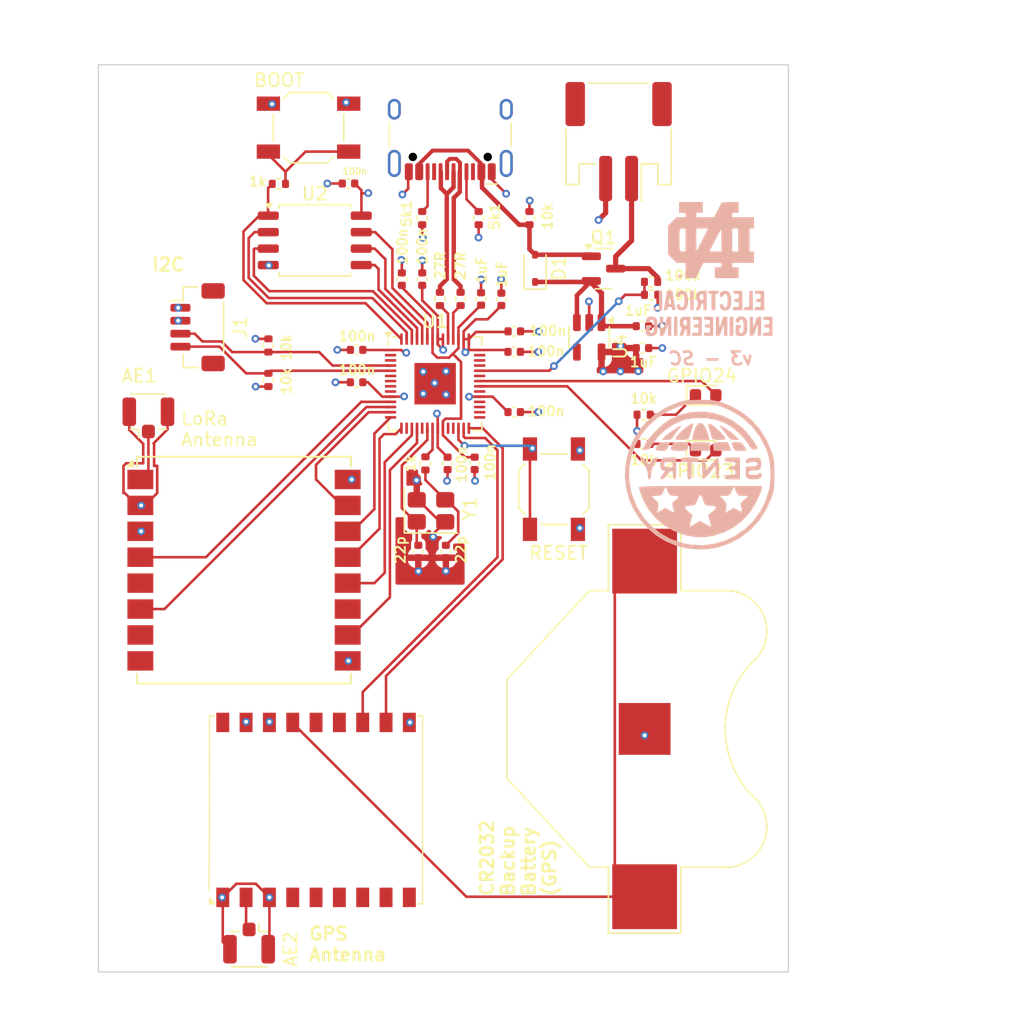
<source format=kicad_pcb>
(kicad_pcb (version 20241229) (generator "pcbnew") (generator_version "9.0")
  (title_block (title "Low-Power Sensor Communications Board") (date "2025-11-14") (company "SENTRY CoE") (comment 1 "University of Notre Dame") (comment 2 "Howard Research Group"))
  (layers (0 "F.Cu" signal) (4 "In1.Cu" power "GND.Cu") (6 "In2.Cu" power "PWR.Cu") (2 "B.Cu" signal) (13 "F.Paste" user) (15 "B.Paste" user) (5 "F.SilkS" user "F.Silkscreen") (7 "B.SilkS" user "B.Silkscreen") (1 "F.Mask" user) (3 "B.Mask" user) (25 "Edge.Cuts" user))
  (net 0 "")
  (net 1 "Net-(D1-K)")
  (net 2 "GND")
  (net 3 "+3V3")
  (net 4 "Net-(U1-XOUT)")
  (net 5 "Net-(U1-XIN)")
  (net 6 "+5V")
  (net 7 "USB_D+")
  (net 8 "USB_D-")
  (net 9 "Net-(BT1-+)")
  (net 10 "Net-(D2-K)")
  (net 11 "LED0")
  (net 12 "+BATT")
  (net 13 "Net-(U1-USB_DP)")
  (net 14 "Net-(U1-USB_DM)")
  (net 32 "+1V1")
  (net 33 "Net-(R7-Pad1)")
  (net 34 "QSPI_SS")
  (net 35 "SPI1_TX")
  (net 36 "SPI1_RX")
  (net 37 "SPI1_SCK")
  (net 38 "QSPI_SD3")
  (net 39 "QSPI_SCLK")
  (net 40 "QSPI_SD0")
  (net 41 "QSPI_SD2")
  (net 42 "QSPI_SD1")
  (net 43 "BUS_A_SCL")
  (net 44 "BUS_A_SDA")
  (net 45 "LORA_RST")
  (net 48 "LORA_6")
  (net 49 "LORA_15")
  (net 50 "LORA_10")
  (net 54 "Net-(C4-Pad1)")
  (net 55 "UART0_TX")
  (net 56 "UART0_RX")
  (net 57 "Net-(D3-K)")
  (net 58 "LED1")
  (net 61 "Net-(J2-CC2)")
  (net 62 "Net-(J2-CC1)")
  (net 63 "BATT_SENSE")
  (net 64 "Net-(U1-RUN)")
  (net 78 "Net-(AE1-In)")
  (net 79 "Net-(AE2-In)")
  (footprint "Capacitor_SMD:C_0402_1005Metric" (layer "F.Cu") (at 141.793208 78.51 -90)
    (property "Reference" "C13" (hide yes))
    (property "Value" "100n")
  )
  (footprint "Resistor_SMD:R_0402_1005Metric" (layer "F.Cu") (at 144.193208 59.58 90)
    (property "Reference" "R3" (hide yes))
    (property "Value" "5k1")
  )
  (footprint "Battery:BatteryHolder_Multicomp_BC-2001_1x2032" (layer "F.Cu") (at 157 99 -90)
    (property "Reference" "BT1" (hide yes))
    (property "Value" "Battery_Cell")
  )
  (footprint "MountingHole:MountingHole_3.2mm_M3" (layer "F.Cu") (at 118.75 114)
    (property "Reference" "H4" (hide yes))
    (property "Value" "MountingHole")
  )
  (footprint "Connector_JST:JST_PH_S2B-PH-SM4-TB_1x02-1MP_P2.00mm_Horizontal" (layer "F.Cu") (at 154.993208 53.68 180)
    (property "Reference" "J4" (hide yes))
    (property "Value" "BATTERY")
  )
  (footprint "Capacitor_SMD:C_0402_1005Metric" (layer "F.Cu") (at 146.933208 74.55)
    (property "Reference" "C9" (hide yes))
    (property "Value" "100n")
  )
  (footprint "Resistor_SMD:R_0402_1005Metric" (layer "F.Cu") (at 156.925 74.75 180)
    (property "Reference" "R10" (hide yes))
    (property "Value" "10k")
  )
  (footprint "MountingHole:MountingHole_3.2mm_M3" (layer "F.Cu") (at 120 52)
    (property "Reference" "H2" (hide yes))
    (property "Value" "MountingHole")
  )
  (footprint "Resistor_SMD:R_0402_1005Metric" (layer "F.Cu") (at 148.113208 59.58 90)
    (property "Reference" "R2" (hide yes))
    (property "Value" "10k")
  )
  (footprint "Capacitor_SMD:C_0402_1005Metric" (layer "F.Cu") (at 139.835208 64.29 90)
    (property "Reference" "C11" (hide yes))
    (property "Value" "100n")
  )
  (footprint "Capacitor_SMD:C_0402_1005Metric" (layer "F.Cu") (at 134.773208 72.25 180)
    (property "Reference" "C8" (hide yes))
    (property "Value" "100n")
  )
  (footprint "Connector_USB:USB_C_Receptacle_HCTL_HC-TYPE-C-16P-01A" (layer "F.Cu") (at 142.003208 52.255 180)
    (property "Reference" "J2" (hide yes))
    (property "Value" "USB_C_Receptacle_USB2.0_16P")
  )
  (footprint "Resistor_SMD:R_0402_1005Metric" (layer "F.Cu") (at 157.5 64.5 180)
    (property "Reference" "R11" (hide yes))
    (property "Value" "100k")
  )
  (footprint "Resistor_SMD:R_0402_1005Metric" (layer "F.Cu") (at 127.963208 72.07 90)
    (property "Reference" "R8" (hide yes))
    (property "Value" "10k")
  )
  (footprint "Capacitor_SMD:C_0402_1005Metric" (layer "F.Cu") (at 144.377208 65.82 90)
    (property "Reference" "C16" (hide yes))
    (property "Value" "1uF")
  )
  (footprint "Capacitor_SMD:C_0402_1005Metric" (layer "F.Cu") (at 143.883208 78.51 -90)
    (property "Reference" "C15" (hide yes))
    (property "Value" "100n")
  )
  (footprint "Capacitor_SMD:C_0402_1005Metric" (layer "F.Cu") (at 146.933208 69.902)
    (property "Reference" "C10" (hide yes))
    (property "Value" "100n")
  )
  (footprint "Connector_Coaxial:U.FL_Hirose_U.FL-R-SMT-1_Vertical" (layer "F.Cu") (at 126.475 115.525 -90)
    (property "Reference" "AE2")
    (property "Value" "Antenna_Dipole")
  )
  (footprint "Capacitor_SMD:C_0402_1005Metric" (layer "F.Cu") (at 141.663208 85.31 -90)
    (property "Reference" "C4" (hide yes))
    (property "Value" "22p")
  )
  (footprint "Resistor_SMD:R_0402_1005Metric" (layer "F.Cu") (at 156.925 77 180)
    (property "Reference" "R9" (hide yes))
    (property "Value" "10k")
  )
  (footprint "Connector_Coaxial:U.FL_Hirose_U.FL-R-SMT-1_Vertical" (layer "F.Cu") (at 118.703208 75 90)
    (property "Reference" "AE1")
    (property "Value" "Antenna_Dipole")
  )
  (footprint "Crystal:Crystal_SMD_3225-4Pin_3.2x2.5mm" (layer "F.Cu") (at 140.513208 82.17)
    (property "Reference" "Y1")
    (property "Value" "Crystal_GND24")
  )
  (footprint "Resistor_SMD:R_0402_1005Metric" (layer "F.Cu") (at 140.083208 78.51 -90)
    (property "Reference" "R13" (hide yes))
    (property "Value" "1k")
  )
  (footprint "Resistor_SMD:R_0402_1005Metric" (layer "F.Cu") (at 157.5 65.5)
    (property "Reference" "R12" (hide yes))
    (property "Value" "100k")
  )
  (footprint "RF_Module:Ai-Thinker-Ra-01-LoRa" (layer "F.Cu") (at 126.083208 86.75)
    (property "Reference" "U3" (hide yes))
    (property "Value" "Ai-Thinker-Ra-01" (hide yes))
  )
  (footprint "Capacitor_SMD:C_0402_1005Metric" (layer "F.Cu") (at 134.143208 56.91 180)
    (property "Reference" "C17" (hide yes))
    (property "Value" "100n")
  )
  (footprint "Package_TO_SOT_SMD:SOT-23-5" (layer "F.Cu") (at 152.723208 68.7775 -90)
    (property "Reference" "U4")
    (property "Value" "AP2112K-3.3")
  )
  (footprint "Resistor_SMD:R_0402_1005Metric" (layer "F.Cu") (at 142.795208 65.82 90)
    (property "Reference" "R6" (hide yes))
    (property "Value" "27R")
  )
  (footprint "Connector_JST:JST_SH_BM04B-SRSS-TB_1x04-1MP_P1.00mm_Vertical" (layer "F.Cu") (at 122.5 68 -90)
    (property "Reference" "J1")
    (property "Value" "I2C BUS")
  )
  (footprint "Resistor_SMD:R_0402_1005Metric" (layer "F.Cu") (at 139.833208 59.58 -90)
    (property "Reference" "R4" (hide yes))
    (property "Value" "5k1")
  )
  (footprint "Button_Switch_SMD:SW_SPST_SKQG_WithStem" (layer "F.Cu") (at 150 80.5 -90)
    (property "Reference" "SW2" (hide yes))
    (property "Value" "SW_Push")
  )
  (footprint "Package_TO_SOT_SMD:SOT-23" (layer "F.Cu") (at 153.825708 63.48)
    (property "Reference" "Q1")
    (property "Value" "AO3401A")
  )
  (footprint "MountingHole:MountingHole_3.2mm_M3" (layer "F.Cu") (at 164 51.5)
    (property "Reference" "H1" (hide yes))
    (property "Value" "MountingHole")
  )
  (footprint "LED_SMD:LED_0603_1608Metric" (layer "F.Cu") (at 161.7125 73.25)
    (property "Reference" "D3" (hide yes))
    (property "Value" "GPIO24")
  )
  (footprint "Capacitor_SMD:C_0402_1005Metric" (layer "F.Cu") (at 138.263208 64.29 90)
    (property "Reference" "C14" (hide yes))
    (property "Value" "100n")
  )
  (footprint "Capacitor_SMD:C_0402_1005Metric" (layer "F.Cu") (at 145.943208 65.85 90)
    (property "Reference" "C6" (hide yes))
    (property "Value" "1uF")
  )
  (footprint "Capacitor_SMD:C_0402_1005Metric" (layer "F.Cu") (at 139.533208 85.31 90)
    (property "Reference" "C5" (hide yes))
    (property "Value" "22p")
  )
  (footprint "Resistor_SMD:R_0402_1005Metric" (layer "F.Cu") (at 128.773208 56.94 180)
    (property "Reference" "R7" (hide yes))
    (property "Value" "1k")
  )
  (footprint "Button_Switch_SMD:SW_SPST_SKQG_WithStem" (layer "F.Cu") (at 131.063208 52.6)
    (property "Reference" "SW1" (hide yes))
    (property "Value" "SW_Push")
  )
  (footprint "Capacitor_SMD:C_0402_1005Metric" (layer "F.Cu") (at 146.943208 68.32)
    (property "Reference" "C12" (hide yes))
    (property "Value" "100n")
  )
  (footprint "Resistor_SMD:R_0402_1005Metric" (layer "F.Cu") (at 141.203208 65.82 90)
    (property "Reference" "R5" (hide yes))
    (property "Value" "27R")
  )
  (footprint "MountingHole:MountingHole_3.2mm_M3" (layer "F.Cu") (at 164.5 114)
    (property "Reference" "H3" (hide yes))
    (property "Value" "MountingHole")
  )
  (footprint "Package_DFN_QFN:QFN-56-1EP_7x7mm_P0.4mm_EP3.2x3.2mm" (layer "F.Cu") (at 140.833208 72.36)
    (property "Reference" "U1")
    (property "Value" "RP2040")
  )
  (footprint "Package_SO:SOIC-8_5.3x5.3mm_P1.27mm" (layer "F.Cu") (at 131.543208 61.3)
    (property "Reference" "U2")
    (property "Value" "W25Q128JVS")
  )
  (footprint "Capacitor_SMD:C_0402_1005Metric" (layer "F.Cu") (at 134.773208 69.75 180)
    (property "Reference" "C7" (hide yes))
    (property "Value" "100n")
  )
  (footprint "Diode_SMD:D_SOD-323" (layer "F.Cu") (at 148.543208 63.4575 90)
    (property "Reference" "D1")
    (property "Value" "1N5819WS" (hide yes))
  )
  (footprint "Capacitor_SMD:C_0402_1005Metric" (layer "F.Cu") (at 156.833208 69.61)
    (property "Reference" "C3" (hide yes))
    (property "Value" "1uF")
  )
  (footprint "Resistor_SMD:R_0402_1005Metric" (layer "F.Cu") (at 127.963208 69.41 -90)
    (property "Reference" "R1" (hide yes))
    (property "Value" "10k")
  )
  (footprint "LED_SMD:LED_0603_1608Metric" (layer "F.Cu") (at 161.7125 77.5)
    (property "Reference" "D2" (hide yes))
    (property "Value" "GPIO23")
  )
  (footprint "Custom:QFN-20_14.5x16.45_Pitch1.8mm" (layer "F.Cu") (at 131.643208 105.25 90)
    (property "Reference" "U5" (hide yes))
    (property "Value" "GPS02-UBX")
  )
  (footprint "Capacitor_SMD:C_0402_1005Metric" (layer "F.Cu") (at 156.833208 67.92)
    (property "Reference" "C2" (hide yes))
    (property "Value" "1uF")
  )
  (footprint "LOGO" (layer "B.Cu") (at 162 63.5 180)
    (property "Reference" "G***" (hide yes))
    (property "Value" "LOGO" (hide yes))
  )
  (footprint "LOGO" (layer "B.Cu") (at 161.5 79.865 180)
    (property "Reference" "G***" (hide yes))
    (property "Value" "LOGO" (hide yes))
  )
  (gr_rect (start 114.84459 47.75) (end 168.09459 117.75) (stroke (width 0.1)) (fill no) (layer "Edge.Cuts"))
  (gr_text "RESET" (at 148 86 0) (layer "F.SilkS") (effects (font (size 1 1) (thickness 0.15) (bold yes)) (justify left bottom)))
  (gr_text "LoRa\nAntenna" (at 121.143208 77.25 0) (layer "F.SilkS") (effects (font (size 1 1)) (justify left bottom)))
  (gr_text "GPS\nAntenna" (at 131 117 0) (layer "F.SilkS") (effects (font (size 1 1) (thickness 0.2) (bold yes)) (justify left bottom)))
  (gr_text "CR2032\nBackup\nBattery\n(GPS)" (at 150.25 112 90) (layer "F.SilkS") (effects (font (size 1 1) (thickness 0.2) (bold yes)) (justify left bottom)))
  (gr_text "I2C" (at 118.893208 63.75 0) (layer "F.SilkS") (effects (font (size 1 1) (thickness 0.2) (bold yes)) (justify left bottom)))
  (gr_text "BOOT" (at 126.773208 49.53 0) (layer "F.SilkS") (effects (font (size 1 1) (thickness 0.15) (bold yes)) (justify left bottom)))
  (gr_text "v3 - SC" (at 165.5 71 0) (layer "B.SilkS") (effects (font (size 1 1) (thickness 0.2) (bold yes) (italic yes)) (justify left bottom mirror)))
  (segment (start 152.810708 64.5075) (end 153.673208 65.37) (width 0.4) (layer "F.Cu") (net 1))
  (segment (start 153.953208 67.92) (end 153.673208 67.64) (width 0.35) (layer "F.Cu") (net 1))
  (segment (start 156.353208 67.92) (end 153.953208 67.92) (width 0.35) (layer "F.Cu") (net 1))
  (segment (start 148.543208 64.5075) (end 152.810708 64.5075) (width 0.35) (layer "F.Cu") (net 1))
  (segment (start 151.773208 67.64) (end 151.773208 65.545) (width 0.35) (layer "F.Cu") (net 1))
  (segment (start 151.773208 65.545) (end 152.810708 64.5075) (width 0.35) (layer "F.Cu") (net 1))
  (segment (start 153.673208 65.37) (end 153.673208 67.64) (width 0.4) (layer "F.Cu") (net 1))
  (segment (start 141.883208 79.9) (end 141.803208 79.82) (width 0.2) (layer "F.Cu") (net 2))
  (segment (start 117.833208 81.75) (end 116.883208 80.8) (width 0.2) (layer "F.Cu") (net 2))
  (segment (start 145.253208 56.64) (end 146.313208 57.7) (width 0.2) (layer "F.Cu") (net 2))
  (segment (start 143.913208 79.87) (end 143.913208 79.93) (width 0.2) (layer "F.Cu") (net 2))
  (segment (start 118.303208 78.5) (end 118.303208 77) (width 0.2) (layer "F.Cu") (net 2))
  (segment (start 148.113208 58.25) (end 148.133208 58.23) (width 0.2) (layer "F.Cu") (net 2))
  (segment (start 128.043208 115.906792) (end 127.95 116) (width 0.2) (layer "F.Cu") (net 2))
  (segment (start 145.253208 56.3) (end 145.253208 56.64) (width 0.2) (layer "F.Cu") (net 2))
  (segment (start 139.835208 62.858) (end 139.843208 62.85) (width 0.2) (layer "F.Cu") (net 2))
  (segment (start 116.783208 80.8) (end 116.783208 78.7) (width 0.2) (layer "F.Cu") (net 2))
  (segment (start 133.143208 72.25) (end 134.293208 72.25) (width 0.2) (layer "F.Cu") (net 2))
  (segment (start 118.303208 77) (end 117.228208 75.925) (width 0.2) (layer "F.Cu") (net 2))
  (segment (start 157 99) (end 157 99.5) (width 0.2) (layer "F.Cu") (net 2))
  (segment (start 128.043208 112) (end 128.043208 115.906792) (width 0.2) (layer "F.Cu") (net 2))
  (segment (start 119.383208 78.7) (end 119.143208 78.7) (width 0.2) (layer "F.Cu") (net 2))
  (segment (start 158.01 65.5) (end 158.01 66.49) (width 0.2) (layer "F.Cu") (net 2))
  (segment (start 148.813208 68.32) (end 148.833208 68.34) (width 0.2) (layer "F.Cu") (net 2))
  (segment (start 144.377208 65.34) (end 144.377208 64.326) (width 0.2) (layer "F.Cu") (net 2))
  (segment (start 151.9 83.6) (end 152 83.5) (width 0.2) (layer "F.Cu") (net 2))
  (segment (start 153.993208 59.18) (end 153.443208 59.73) (width 0.4) (layer "F.Cu") (net 2))
  (segment (start 151.85 83.6) (end 151.9 83.6) (width 0.2) (layer "F.Cu") (net 2))
  (segment (start 148.783208 74.55) (end 148.793208 74.54) (width 0.2) (layer "F.Cu") (net 2))
  (segment (start 139.835208 63.81) (end 139.835208 62.858) (width 0.2) (layer "F.Cu") (net 2))
  (segment (start 143.973208 79.93) (end 143.893208 79.85) (width 0.2) (layer "F.Cu") (net 2))
  (segment (start 144.193208 60.09) (end 144.193208 61.07) (width 0.2) (layer "F.Cu") (net 2))
  (segment (start 124.443208 112) (end 125.494208 110.949) (width 0.2) (layer "F.Cu") (net 2))
  (segment (start 134.293208 69.75) (end 133.283208 69.75) (width 0.2) (layer "F.Cu") (net 2))
  (segment (start 139.833208 60.09) (end 139.833208 61.05) (width 0.2) (layer "F.Cu") (net 2))
  (segment (start 139.513208 81.32) (end 141.213208 83.02) (width 0.2) (layer "F.Cu") (net 2))
  (segment (start 139.413208 79.83) (end 139.393208 79.81) (width 0.2) (layer "F.Cu") (net 2))
  (segment (start 139.533208 86.82) (end 139.543208 86.83) (width 0.2) (layer "F.Cu") (net 2))
  (segment (start 138.753208 56.3) (end 138.753208 57.31) (width 0.2) (layer "F.Cu") (net 2))
  (segment (start 147.413208 69.902) (end 148.575208 69.902) (width 0.2) (layer "F.Cu") (net 2))
  (segment (start 147.413208 74.55) (end 148.783208 74.55) (width 0.2) (layer "F.Cu") (net 2))
  (segment (start 119.383208 80.8) (end 119.383208 78.7) (width 0.2) (layer "F.Cu") (net 2))
  (segment (start 138.263208 62.85) (end 138.223208 62.81) (width 0.2) (layer "F.Cu") (net 2))
  (segment (start 147.423208 68.32) (end 148.813208 68.32) (width 0.2) (layer "F.Cu") (net 2))
  (segment (start 152.723208 67.64) (end 152.723208 66.03) (width 0.2) (layer "F.Cu") (net 2))
  (segment (start 151.85 77.4) (end 151.9 77.4) (width 0.2) (layer "F.Cu") (net 2))
  (segment (start 119.143208 77) (end 119.103208 76.96) (width 0.2) (layer "F.Cu") (net 2))
  (segment (start 126.992208 110.949) (end 128.043208 112) (width 0.2) (layer "F.Cu") (net 2))
  (segment (start 156.415 76) (end 156.415 77) (width 0.2) (layer "F.Cu") (net 2))
  (segment (start 119.143208 78.7) (end 119.143208 77) (width 0.2) (layer "F.Cu") (net 2))
  (segment (start 141.753208 79.77) (end 141.753208 79.9) (width 0.2) (layer "F.Cu") (net 2))
  (segment (start 138.753208 57.31) (end 138.303208 57.76) (width 0.2) (layer "F.Cu") (net 2))
  (segment (start 158.01 66.49) (end 158 66.5) (width 0.2) (layer "F.Cu") (net 2))
  (segment (start 139.833208 61.05) (end 139.883208 61.1) (width 0.2) (layer "F.Cu") (net 2))
  (segment (start 140.673208 83.96) (end 140.673208 84.17) (width 0.2) (layer "F.Cu") (net 2))
  (segment (start 144.193208 61.07) (end 144.183208 61.08) (width 0.2) (layer "F.Cu") (net 2))
  (segment (start 117.228208 75.925) (end 117.228208 74.525) (width 0.2) (layer "F.Cu") (net 2))
  (segment (start 116.983208 78.5) (end 118.303208 78.5) (width 0.2) (layer "F.Cu") (net 2))
  (segment (start 116.783208 78.7) (end 116.983208 78.5) (width 0.2) (layer "F.Cu") (net 2))
  (segment (start 119.103208 76.96) (end 120.178208 75.885) (width 0.2) (layer "F.Cu") (net 2))
  (segment (start 141.793208 78.99) (end 141.793208 79.81) (width 0.2) (layer "F.Cu") (net 2))
  (segment (start 151.9 77.4) (end 152 77.5) (width 0.2) (layer "F.Cu") (net 2))
  (segment (start 138.263208 63.81) (end 138.263208 62.85) (width 0.2) (layer "F.Cu") (net 2))
  (segment (start 139.413208 81.32) (end 139.413208 79.83) (width 0.2) (layer "F.Cu") (net 2))
  (segment (start 157.313208 67.92) (end 158.313208 67.92) (width 0.2) (layer "F.Cu") (net 2))
  (segment (start 143.913208 79.93) (end 143.973208 79.93) (width 0.2) (layer "F.Cu") (net 2))
  (segment (start 152.723208 66.03) (end 152.703208 66.01) (width 0.2) (layer "F.Cu") (net 2))
  (segment (start 157.313208 69.61) (end 158.363208 69.61) (width 0.2) (layer "F.Cu") (net 2))
  (segment (start 153.993208 56.53) (end 153.993208 59.18) (width 0.4) (layer "F.Cu") (net 2))
  (segment (start 121.175 66.5) (end 121 66.5) (width 0.2) (layer "F.Cu") (net 2))
  (segment (start 118.433208 81.75) (end 119.383208 80.8) (width 0.2) (layer "F.Cu") (net 2))
  (segment (start 116.883208 80.8) (end 116.783208 80.8) (width 0.2) (layer "F.Cu") (net 2))
  (segment (start 148.113208 59.07) (end 148.113208 58.25) (width 0.2) (layer "F.Cu") (net 2))
  (segment (start 141.793208 79.81) (end 141.753208 79.77) (width 0.2) (layer "F.Cu") (net 2))
  (segment (start 148.575208 69.902) (end 148.583208 69.91) (width 0.2) (layer "F.Cu") (net 2))
  (segment (start 144.377208 64.326) (end 144.383208 64.32) (width 0.2) (layer "F.Cu") (net 2))
  (segment (start 120.178208 75.885) (end 120.178208 74.525) (width 0.2) (layer "F.Cu") (net 2))
  (segment (start 141.613208 83.02) (end 140.673208 83.96) (width 0.2) (layer "F.Cu") (net 2))
  (segment (start 139.533208 85.79) (end 139.533208 86.82) (width 0.2) (layer "F.Cu") (net 2))
  (segment (start 133.663208 56.91) (end 132.513208 56.91) (width 0.2) (layer "F.Cu") (net 2))
  (segment (start 141.663208 85.79) (end 141.663208 86.82) (width 0.2) (layer "F.Cu") (net 2))
  (segment (start 158.313208 67.92) (end 158.343208 67.89) (width 0.2) (layer "F.Cu") (net 2))
  (segment (start 145.943208 65.37) (end 145.943208 64.32) (width 0.2) (layer "F.Cu") (net 2))
  (segment (start 145.943208 64.32) (end 145.923208 64.3) (width 0.2) (layer "F.Cu") (net 2))
  (segment (start 143.883208 79.84) (end 143.913208 79.87) (width 0.2) (layer "F.Cu") (net 2))
  (segment (start 141.753208 79.9) (end 141.883208 79.9) (width 0.2) (layer "F.Cu") (net 2))
  (segment (start 156.415 74.75) (end 156.415 76) (width 0.2) (layer "F.Cu") (net 2))
  (segment (start 124.443208 115.443208) (end 125 116) (width 0.2) (layer "F.Cu") (net 2))
  (segment (start 124.443208 112) (end 124.443208 115.443208) (width 0.2) (layer "F.Cu") (net 2))
  (segment (start 143.883208 78.99) (end 143.883208 79.84) (width 0.2) (layer "F.Cu") (net 2))
  (segment (start 125.494208 110.949) (end 126.992208 110.949) (width 0.2) (layer "F.Cu") (net 2))
  (via (at 141.673208 71.4) (size 0.6) (drill 0.3) (layers "F.Cu" "B.Cu") (net 2))
  (via (at 139.883208 61.1) (size 0.6) (drill 0.3) (layers "F.Cu" "B.Cu") (net 2))
  (via (at 156.415 76) (size 0.6) (drill 0.3) (layers "F.Cu" "B.Cu") (net 2))
  (via (at 134.393208 79.75) (size 0.6) (drill 0.3) (layers "F.Cu" "B.Cu") (net 2))
  (via (at 133.143208 72.25) (size 0.6) (drill 0.3) (layers "F.Cu" "B.Cu") (net 2))
  (via (at 132.513208 56.91) (size 0.6) (drill 0.3) (layers "F.Cu" "B.Cu") (net 2))
  (via (at 139.843208 62.85) (size 0.6) (drill 0.3) (layers "F.Cu" "B.Cu") (net 2))
  (via (at 141.663208 86.82) (size 0.6) (drill 0.3) (layers "F.Cu" "B.Cu") (net 2))
  (via (at 138.893208 98.5) (size 0.6) (drill 0.3) (layers "F.Cu" "B.Cu") (net 2))
  (via (at 148.793208 74.54) (size 0.6) (drill 0.3) (layers "F.Cu" "B.Cu") (net 2))
  (via (at 133.963208 50.655) (size 0.6) (drill 0.3) (layers "F.Cu" "B.Cu") (net 2))
  (via (at 157 99.5) (size 0.6) (drill 0.3) (layers "F.Cu" "B.Cu") (net 2))
  (via (at 139.393208 79.81) (size 0.6) (drill 0.3) (layers "F.Cu" "B.Cu") (net 2))
  (via (at 139.913208 71.43) (size 0.6) (drill 0.3) (layers "F.Cu" "B.Cu") (net 2))
  (via (at 148.793208 69.91) (size 0.6) (drill 0.3) (layers "F.Cu" "B.Cu") (net 2))
  (via (at 143.913208 79.86) (size 0.6) (drill 0.3) (layers "F.Cu" "B.Cu") (net 2))
  (via (at 146.313208 57.7) (size 0.6) (drill 0.3) (layers "F.Cu" "B.Cu") (net 2))
  (via (at 139.543208 86.83) (size 0.6) (drill 0.3) (layers "F.Cu" "B.Cu") (net 2))
  (via (at 140.673208 84.17) (size 0.6) (drill 0.3) (layers "F.Cu" "B.Cu") (net 2))
  (via (at 145.923208 64.3) (size 0.6) (drill 0.3) (layers "F.Cu" "B.Cu") (net 2))
  (via (at 158 66.5) (size 0.6) (drill 0.3) (layers "F.Cu" "B.Cu") (net 2))
  (via (at 128.043208 112) (size 0.6) (drill 0.3) (layers "F.Cu" "B.Cu") (net 2))
  (via (at 121 66.5) (size 0.6) (drill 0.3) (layers "F.Cu" "B.Cu") (net 2))
  (via (at 138.303208 57.76) (size 0.6) (drill 0.3) (layers "F.Cu" "B.Cu") (net 2))
  (via (at 141.673208 73.2) (size 0.6) (drill 0.3) (layers "F.Cu" "B.Cu") (net 2))
  (via (at 144.383208 64.32) (size 0.6) (drill 0.3) (layers "F.Cu" "B.Cu") (net 2))
  (via (at 144.183208 61.08) (size 0.6) (drill 0.3) (layers "F.Cu" "B.Cu") (net 2))
  (via (at 118.143208 81.75) (size 0.6) (drill 0.3) (layers "F.Cu" "B.Cu") (net 2))
  (via (at 140.793208 72.31) (size 0.6) (drill 0.3) (layers "F.Cu" "B.Cu") (net 2))
  (via (at 158.363208 69.61) (size 0.6) (drill 0.3) (layers "F.Cu" "B.Cu") (net 2))
  (via (at 141.753208 79.86) (size 0.6) (drill 0.3) (layers "F.Cu" "B.Cu") (net 2))
  (via (at 148.833208 68.34) (size 0.6) (drill 0.3) (layers "F.Cu" "B.Cu") (net 2))
  (via (at 139.913208 73.13) (size 0.6) (drill 0.3) (layers "F.Cu" "B.Cu") (net 2))
  (via (at 158.363208 67.89) (size 0.6) (drill 0.3) (layers "F.Cu" "B.Cu") (net 2))
  (via (at 134.143208 93.75) (size 0.6) (drill 0.3) (layers "F.Cu" "B.Cu") (net 2))
  (via (at 152.703208 66.01) (size 0.6) (drill 0.3) (layers "F.Cu" "B.Cu") (net 2))
  (via (at 138.223208 62.81) (size 0.6) (drill 0.3) (layers "F.Cu" "B.Cu") (net 2))
  (via (at 148.133208 58.23) (size 0.6) (drill 0.3) (layers "F.Cu" "B.Cu") (net 2))
  (via (at 153.443208 59.73) (size 0.6) (drill 0.3) (layers "F.Cu" "B.Cu") (net 2))
  (via (at 127.994208 63.228) (size 0.6) (drill 0.3) (layers "F.Cu" "B.Cu") (net 2))
  (via (at 133.283208 69.75) (size 0.6) (drill 0.3) (layers "F.Cu" "B.Cu") (net 2))
  (via (at 152 77.5) (size 0.6) (drill 0.3) (layers "F.Cu" "B.Cu") (net 2))
  (via (at 152 83.5) (size 0.6) (drill 0.3) (layers "F.Cu" "B.Cu") (net 2))
  (via (at 124.393208 112) (size 0.6) (drill 0.3) (layers "F.Cu" "B.Cu") (net 2))
  (via (at 128.248208 50.782) (size 0.6) (drill 0.3) (layers "F.Cu" "B.Cu") (net 2))
  (segment (start 141.033208 69.330581) (end 141.033208 68.9225) (width 0.2) (layer "F.Cu") (net 3))
  (segment (start 143.033208 68.9225) (end 143.433208 68.9225) (width 0.2) (layer "F.Cu") (net 3))
  (segment (start 143.033208 68.9225) (end 143.033208 68.32) (width 0.2) (layer "F.Cu") (net 3))
  (segment (start 137.395708 69.76) (end 138.223208 69.76) (width 0.2) (layer "F.Cu") (net 3))
  (segment (start 137.395708 73.36) (end 136.753208 73.36) (width 0.2) (layer "F.Cu") (net 3))
  (segment (start 136.753208 73.36) (end 135.643208 72.25) (width 0.2) (layer "F.Cu") (net 3))
  (segment (start 141.033208 68.9225) (end 141.433208 68.9225) (width 0.2) (layer "F.Cu") (net 3))
  (segment (start 138.423208 73.36) (end 138.443208 73.34) (width 0.2) (layer "F.Cu") (net 3))
  (segment (start 134.623208 56.91) (end 135.143208 57.43) (width 0.2) (layer "F.Cu") (net 3))
  (segment (start 141.452963 69.750336) (end 141.033208 69.330581) (width 0.2) (layer "F.Cu") (net 3))
  (segment (start 135.643208 72.25) (end 135.253208 72.25) (width 0.2) (layer "F.Cu") (net 3))
  (segment (start 143.343208 69.76) (end 143.163208 69.94) (width 0.2) (layer "F.Cu") (net 3))
  (segment (start 141.033208 75.7975) (end 141.033208 74.72) (width 0.2) (layer "F.Cu") (net 3))
  (segment (start 141.033208 74.72) (end 140.973208 74.66) (width 0.2) (layer "F.Cu") (net 3))
  (segment (start 121.175 67.5) (end 121 67.5) (width 0.2) (layer "F.Cu") (net 3))
  (segment (start 141.433208 68.9225) (end 141.433208 69.89) (width 0.2) (layer "F.Cu") (net 3))
  (segment (start 127.963208 68.9) (end 126.973208 68.9) (width 0.2) (layer "F.Cu") (net 3))
  (segment (start 141.033208 75.7975) (end 141.033208 77.27) (width 0.2) (layer "F.Cu") (net 3))
  (segment (start 145.263208 73.36) (end 144.270708 73.36) (width 0.2) (layer "F.Cu") (net 3))
  (segment (start 137.395708 73.36) (end 138.423208 73.36) (width 0.2) (layer "F.Cu") (net 3))
  (segment (start 144.883208 67.39) (end 145.943208 66.33) (width 0.2) (layer "F.Cu") (net 3))
  (segment (start 141.033208 77.27) (end 141.793208 78.03) (width 0.2) (layer "F.Cu") (net 3))
  (segment (start 139.835208 64.77) (end 139.835208 65.926314) (width 0.2) (layer "F.Cu") (net 3))
  (segment (start 127.963208 72.58) (end 126.983208 72.58) (width 0.2) (layer "F.Cu") (net 3))
  (segment (start 138.223208 69.76) (end 138.603208 70.14) (width 0.2) (layer "F.Cu") (net 3))
  (segment (start 143.989708 68.366) (end 146.417208 68.366) (width 0.2) (layer "F.Cu") (net 3))
  (segment (start 137.395708 69.76) (end 135.263208 69.76) (width 0.2) (layer "F.Cu") (net 3))
  (segment (start 135.143208 57.67) (end 135.143208 59.395) (width 0.2) (layer "F.Cu") (net 3))
  (segment (start 144.270708 69.76) (end 146.311208 69.76) (width 0.2) (layer "F.Cu") (net 3))
  (segment (start 143.433208 69.67) (end 143.163208 69.94) (width 0.2) (layer "F.Cu") (net 3))
  (segment (start 135.143208 57.43) (end 135.143208 57.67) (width 0.2) (layer "F.Cu") (net 3))
  (segment (start 144.270708 69.76) (end 143.343208 69.76) (width 0.2) (layer "F.Cu") (net 3))
  (segment (start 143.963208 67.39) (end 144.883208 67.39) (width 0.2) (layer "F.Cu") (net 3))
  (segment (start 143.033208 69.81) (end 143.163208 69.94) (width 0.2) (layer "F.Cu") (net 3))
  (segment (start 144.270708 73.36) (end 143.233208 73.36) (width 0.2) (layer "F.Cu") (net 3))
  (segment (start 146.453208 74.55) (end 145.263208 73.36) (width 0.2) (layer "F.Cu") (net 3))
  (segment (start 135.143208 57.67) (end 135.653208 57.67) (width 0.2) (layer "F.Cu") (net 3))
  (segment (start 135.653208 57.67) (end 135.673208 57.65) (width 0.2) (layer "F.Cu") (net 3))
  (segment (start 143.033208 68.9225) (end 143.033208 69.81) (width 0.2) (layer "F.Cu") (net 3))
  (segment (start 141.033208 67.124315) (end 141.033208 68.9225) (width 0.2) (layer "F.Cu") (net 3))
  (segment (start 126.973208 68.9) (end 126.963208 68.89) (width 0.2) (layer "F.Cu") (net 3))
  (segment (start 139.835208 65.926314) (end 141.033208 67.124315) (width 0.2) (layer "F.Cu") (net 3))
  (segment (start 143.433208 68.9225) (end 143.433208 69.67) (width 0.2) (layer "F.Cu") (net 3))
  (segment (start 143.033208 68.32) (end 143.963208 67.39) (width 0.2) (layer "F.Cu") (net 3))
  (segment (start 143.433208 68.9225) (end 143.989708 68.366) (width 0.2) (layer "F.Cu") (net 3))
  (via (at 138.603208 69.97) (size 0.6) (drill 0.3) (layers "F.Cu" "B.Cu") (net 3))
  (via (at 126.243208 98.45) (size 0.6) (drill 0.3) (layers "F.Cu" "B.Cu") (net 3))
  (via (at 138.443208 73.34) (size 0.6) (drill 0.3) (layers "F.Cu" "B.Cu") (net 3))
  (via (at 121 67.5) (size 0.6) (drill 0.3) (layers "F.Cu" "B.Cu") (net 3))
  (via (at 143.163208 69.94) (size 0.6) (drill 0.3) (layers "F.Cu" "B.Cu") (net 3))
  (via (at 118.143208 83.75) (size 0.6) (drill 0.3) (layers "F.Cu" "B.Cu") (net 3))
  (via (at 153.803208 71.41) (size 0.6) (drill 0.3) (layers "F.Cu" "B.Cu") (net 3))
  (via (at 126.983208 72.58) (size 0.6) (drill 0.3) (layers "F.Cu" "B.Cu") (net 3))
  (via (at 141.452963 69.750336) (size 0.6) (drill 0.3) (layers "F.Cu" "B.Cu") (net 3))
  (via (at 155.138208 69.47) (size 0.6) (drill 0.3) (layers "F.Cu" "B.Cu") (net 3))
  (via (at 126.963208 68.89) (size 0.6) (drill 0.3) (layers "F.Cu" "B.Cu") (net 3))
  (via (at 135.673208 57.65) (size 0.6) (drill 0.3) (layers "F.Cu" "B.Cu") (net 3))
  (via (at 143.457331 73.360848) (size 0.6) (drill 0.3) (layers "F.Cu" "B.Cu") (net 3))
  (via (at 156.503208 71.4) (size 0.6) (drill 0.3) (layers "F.Cu" "B.Cu") (net 3))
  (via (at 140.973208 74.66) (size 0.6) (drill 0.3) (layers "F.Cu" "B.Cu") (net 3))
  (via (at 155.138208 71.41) (size 0.6) (drill 0.3) (layers "F.Cu" "B.Cu") (net 3))
  (via (at 128.043208 98.45) (size 0.6) (drill 0.3) (layers "F.Cu" "B.Cu") (net 3))
  (segment (start 140.633208 75.7975) (end 140.633208 77.45) (width 0.2) (layer "F.Cu") (net 4))
  (segment (start 140.633208 77.45) (end 140.083208 78) (width 0.2) (layer "F.Cu") (net 4))
  (segment (start 139.313208 83.02) (end 138.263208 81.97) (width 0.2) (layer "F.Cu") (net 5))
  (segment (start 140.233208 76.7) (end 140.233208 75.7975) (width 0.2) (layer "F.Cu") (net 5))
  (segment (start 138.263208 78.67) (end 140.233208 76.7) (width 0.2) (layer "F.Cu") (net 5))
  (segment (start 138.263208 81.97) (end 138.263208 78.67) (width 0.2) (layer "F.Cu") (net 5))
  (segment (start 139.413208 83.02) (end 139.413208 84.71) (width 0.2) (layer "F.Cu") (net 5))
  (segment (start 139.603208 56) (end 139.603208 55.39688) (width 0.3) (layer "F.Cu") (net 6))
  (segment (start 148.543208 62.4075) (end 152.765708 62.4075) (width 0.35) (layer "F.Cu") (net 6))
  (segment (start 147.318208 60.09) (end 144.453208 57.225) (width 0.35) (layer "F.Cu") (net 6))
  (segment (start 139.603208 55.39688) (end 140.630088 54.37) (width 0.3) (layer "F.Cu") (net 6))
  (segment (start 143.376328 54.37) (end 144.403208 55.39688) (width 0.3) (layer "F.Cu") (net 6))
  (segment (start 140.630088 54.37) (end 143.376328 54.37) (width 0.3) (layer "F.Cu") (net 6))
  (segment (start 148.113208 60.09) (end 148.113208 61.9775) (width 0.35) (layer "F.Cu") (net 6))
  (segment (start 148.113208 61.9775) (end 148.543208 62.4075) (width 0.35) (layer "F.Cu") (net 6))
  (segment (start 144.403208 55.39688) (end 144.403208 56) (width 0.3) (layer "F.Cu") (net 6))
  (segment (start 148.113208 60.09) (end 147.318208 60.09) (width 0.35) (layer "F.Cu") (net 6))
  (segment (start 144.453208 57.225) (end 144.453208 56.3) (width 0.35) (layer "F.Cu") (net 6))
  (segment (start 141.729208 57.719) (end 142.253208 57.195) (width 0.34) (layer "F.Cu") (net 7))
  (segment (start 141.273208 57.263) (end 141.273208 56.02) (width 0.34) (layer "F.Cu") (net 7))
  (segment (start 141.729208 57.719) (end 141.273208 57.263) (width 0.34) (layer "F.Cu") (net 7))
  (segment (start 142.253208 57.195) (end 142.253208 56) (width 0.34) (layer "F.Cu") (net 7))
  (segment (start 141.203208 64.829999) (end 141.729208 64.303999) (width 0.34) (layer "F.Cu") (net 7))
  (segment (start 141.729208 64.303999) (end 141.729208 57.719) (width 0.34) (layer "F.Cu") (net 7))
  (segment (start 141.203208 65.31) (end 141.203208 64.829999) (width 0.34) (layer "F.Cu") (net 7))
  (segment (start 142.733208 57.56) (end 142.733208 56.02) (width 0.34) (layer "F.Cu") (net 8))
  (segment (start 141.753208 56.3) (end 141.753208 55.22) (width 0.3) (layer "F.Cu") (net 8))
  (segment (start 142.795208 65.31) (end 142.795208 64.829999) (width 0.34) (layer "F.Cu") (net 8))
  (segment (start 142.795208 64.829999) (end 142.269208 64.303999) (width 0.34) (layer "F.Cu") (net 8))
  (segment (start 141.753208 55.22) (end 141.963208 55.01) (width 0.3) (layer "F.Cu") (net 8))
  (segment (start 141.963208 55.01) (end 142.463208 55.01) (width 0.3) (layer "F.Cu") (net 8))
  (segment (start 142.269208 58.024) (end 142.733208 57.56) (width 0.34) (layer "F.Cu") (net 8))
  (segment (start 142.753208 55.3) (end 142.753208 56.28) (width 0.3) (layer "F.Cu") (net 8))
  (segment (start 142.463208 55.01) (end 142.753208 55.3) (width 0.3) (layer "F.Cu") (net 8))
  (segment (start 142.269208 64.303999) (end 142.269208 58.024) (width 0.34) (layer "F.Cu") (net 8))
  (segment (start 129.843208 98.552) (end 129.843208 98.5) (width 0.2) (layer "F.Cu") (net 9))
  (segment (start 157 111.95) (end 143.241208 111.95) (width 0.2) (layer "F.Cu") (net 9))
  (segment (start 154.699 88.351) (end 157 86.05) (width 0.2) (layer "F.Cu") (net 9))
  (segment (start 157 111.95) (end 154.699 109.649) (width 0.2) (layer "F.Cu") (net 9))
  (segment (start 154.699 109.649) (end 154.699 88.351) (width 0.2) (layer "F.Cu") (net 9))
  (segment (start 143.241208 111.95) (end 129.843208 98.552) (width 0.2) (layer "F.Cu") (net 9))
  (segment (start 157.435 77) (end 160.425 77) (width 0.2) (layer "F.Cu") (net 10))
  (segment (start 160.925 77.5) (end 160.425 77) (width 0.2) (layer "F.Cu") (net 10))
  (segment (start 161.724 78.276) (end 162.5 77.5) (width 0.2) (layer "F.Cu") (net 11))
  (segment (start 156.75066 78.276) (end 161.724 78.276) (width 0.2) (layer "F.Cu") (net 11))
  (segment (start 144.270708 72.56) (end 151.03466 72.56) (width 0.2) (layer "F.Cu") (net 11))
  (segment (start 151.03466 72.56) (end 156.75066 78.276) (width 0.2) (layer "F.Cu") (net 11))
  (segment (start 155.993208 61.315) (end 154.763208 62.545) (width 0.4) (layer "F.Cu") (net 12))
  (segment (start 158.01 64.180001) (end 158.01 64.5) (width 0.4) (layer "F.Cu") (net 12))
  (segment (start 154.763208 63.48) (end 157.309999 63.48) (width 0.4) (layer "F.Cu") (net 12))
  (segment (start 154.763208 62.545) (end 154.763208 63.48) (width 0.4) (layer "F.Cu") (net 12))
  (segment (start 155.993208 56.53) (end 155.993208 61.315) (width 0.4) (layer "F.Cu") (net 12))
  (segment (start 157.309999 63.48) (end 158.01 64.180001) (width 0.4) (layer "F.Cu") (net 12))
  (segment (start 141.833208 68.355686) (end 141.833208 68.9225) (width 0.2) (layer "F.Cu") (net 13))
  (segment (start 141.203208 66.33) (end 141.823208 66.95) (width 0.2) (layer "F.Cu") (net 13))
  (segment (start 141.823208 66.95) (end 141.823208 68.345686) (width 0.2) (layer "F.Cu") (net 13))
  (segment (start 141.823208 68.345686) (end 141.833208 68.355686) (width 0.2) (layer "F.Cu") (net 13))
  (segment (start 142.233208 66.892) (end 142.233208 68.9225) (width 0.2) (layer "F.Cu") (net 14))
  (segment (start 142.795208 66.33) (end 142.233208 66.892) (width 0.2) (layer "F.Cu") (net 14))
  (segment (start 141.433208 76.329975) (end 143.133233 78.03) (width 0.2) (layer "F.Cu") (net 32))
  (segment (start 142.633208 69.621471) (end 142.198944 70.055736) (width 0.2) (layer "F.Cu") (net 32))
  (segment (start 142.198944 70.055736) (end 142.833208 70.69) (width 0.2) (layer "F.Cu") (net 32))
  (segment (start 141.904343 70.350336) (end 140.993544 70.350336) (width 0.2) (layer "F.Cu") (net 32))
  (segment (start 143.133233 78.03) (end 143.883208 78.03) (width 0.2) (layer "F.Cu") (net 32))
  (segment (start 142.633208 68.02) (end 144.353208 66.3) (width 0.2) (layer "F.Cu") (net 32))
  (segment (start 140.633208 67.29) (end 140.633208 68.9225) (width 0.2) (layer "F.Cu") (net 32))
  (segment (start 141.433208 75.7975) (end 141.433208 76.329975) (width 0.2) (layer "F.Cu") (net 32))
  (segment (start 140.993544 70.350336) (end 140.633208 69.99) (width 0.2) (layer "F.Cu") (net 32))
  (segment (start 141.640488 75.05636) (end 141.433208 75.26364) (width 0.2) (layer "F.Cu") (net 32))
  (segment (start 140.633208 69.99) (end 140.633208 68.9225) (width 0.2) (layer "F.Cu") (net 32))
  (segment (start 142.633208 68.9225) (end 142.633208 68.02) (width 0.2) (layer "F.Cu") (net 32))
  (segment (start 141.433208 75.26364) (end 141.433208 75.7975) (width 0.2) (layer "F.Cu") (net 32))
  (segment (start 142.833208 75.05636) (end 141.640488 75.05636) (width 0.2) (layer "F.Cu") (net 32))
  (segment (start 138.263208 64.92) (end 140.633208 67.29) (width 0.2) (layer "F.Cu") (net 32))
  (segment (start 142.198944 70.055736) (end 141.904343 70.350336) (width 0.2) (layer "F.Cu") (net 32))
  (segment (start 142.633208 68.9225) (end 142.633208 69.621471) (width 0.2) (layer "F.Cu") (net 32))
  (segment (start 142.833208 70.69) (end 142.833208 75.05636) (width 0.2) (layer "F.Cu") (net 32))
  (segment (start 130.833208 54.45) (end 129.283208 56) (width 0.2) (layer "F.Cu") (net 33))
  (segment (start 129.283208 56.94) (end 129.283208 56) (width 0.2) (layer "F.Cu") (net 33))
  (segment (start 129.283208 56) (end 127.963208 54.68) (width 0.2) (layer "F.Cu") (net 33))
  (segment (start 134.163208 54.45) (end 130.833208 54.45) (width 0.2) (layer "F.Cu") (net 33))
  (segment (start 127.830025 66.149) (end 126.04321 64.362185) (width 0.2) (layer "F.Cu") (net 34))
  (segment (start 127.943208 59.395) (end 127.943208 57.26) (width 0.2) (layer "F.Cu") (net 34))
  (segment (start 138.233208 68.9225) (end 135.459708 66.149) (width 0.2) (layer "F.Cu") (net 34))
  (segment (start 127.943208 57.26) (end 128.263208 56.94) (width 0.2) (layer "F.Cu") (net 34))
  (segment (start 126.04321 60.606998) (end 127.255208 59.395) (width 0.2) (layer "F.Cu") (net 34))
  (segment (start 135.459708 66.149) (end 127.830025 66.149) (width 0.2) (layer "F.Cu") (net 34))
  (segment (start 126.04321 64.362185) (end 126.04321 60.606998) (width 0.2) (layer "F.Cu") (net 34))
  (segment (start 136.143208 76.2125) (end 136.143208 82.04) (width 0.2) (layer "F.Cu") (net 35))
  (segment (start 137.395708 74.96) (end 136.143208 76.2125) (width 0.2) (layer "F.Cu") (net 35))
  (segment (start 136.143208 82.04) (end 134.433208 83.75) (width 0.2) (layer "F.Cu") (net 35))
  (segment (start 136.893208 76.25) (end 137.780708 76.25) (width 0.2) (layer "F.Cu") (net 36))
  (segment (start 134.333208 85.75) (end 136.543208 83.54) (width 0.2) (layer "F.Cu") (net 36))
  (segment (start 137.780708 76.25) (end 138.233208 75.7975) (width 0.2) (layer "F.Cu") (net 36))
  (segment (start 136.543208 83.54) (end 136.543208 76.6) (width 0.2) (layer "F.Cu") (net 36))
  (segment (start 136.543208 76.6) (end 136.893208 76.25) (width 0.2) (layer "F.Cu") (net 36))
  (segment (start 139.033208 75.7975) (end 139.033208 76.33136) (width 0.2) (layer "F.Cu") (net 37))
  (segment (start 136.943208 78.42136) (end 136.943208 86.95) (width 0.2) (layer "F.Cu") (net 37))
  (segment (start 139.033208 76.33136) (end 136.943208 78.42136) (width 0.2) (layer "F.Cu") (net 37))
  (segment (start 136.143208 87.75) (end 134.083208 87.75) (width 0.2) (layer "F.Cu") (net 37))
  (segment (start 136.943208 86.95) (end 136.143208 87.75) (width 0.2) (layer "F.Cu") (net 37))
  (segment (start 140.233208 68.9225) (end 140.233208 67.672254) (width 0.2) (layer "F.Cu") (net 38))
  (segment (start 137.533208 61.99) (end 136.208208 60.665) (width 0.2) (layer "F.Cu") (net 38))
  (segment (start 140.233208 67.672254) (end 137.533208 64.972254) (width 0.2) (layer "F.Cu") (net 38))
  (segment (start 137.533208 64.972254) (end 137.533208 61.99) (width 0.2) (layer "F.Cu") (net 38))
  (segment (start 136.208208 60.665) (end 135.143208 60.665) (width 0.2) (layer "F.Cu") (net 38))
  (segment (start 136.168208 61.935) (end 135.143208 61.935) (width 0.2) (layer "F.Cu") (net 39))
  (segment (start 139.833208 68.9225) (end 139.833208 67.892967) (width 0.2) (layer "F.Cu") (net 39))
  (segment (start 136.993208 62.76) (end 136.168208 61.935) (width 0.2) (layer "F.Cu") (net 39))
  (segment (start 136.993208 65.052967) (end 136.993208 62.76) (width 0.2) (layer "F.Cu") (net 39))
  (segment (start 139.833208 67.892967) (end 136.993208 65.052967) (width 0.2) (layer "F.Cu") (net 39))
  (segment (start 139.433208 68.058653) (end 136.463208 65.088653) (width 0.2) (layer "F.Cu") (net 40))
  (segment (start 136.463208 65.088653) (end 136.463208 63.5) (width 0.2) (layer "F.Cu") (net 40))
  (segment (start 139.433208 68.9225) (end 139.433208 68.058653) (width 0.2) (layer "F.Cu") (net 40))
  (segment (start 136.463208 63.5) (end 136.168208 63.205) (width 0.2) (layer "F.Cu") (net 40))
  (segment (start 136.168208 63.205) (end 135.143208 63.205) (width 0.2) (layer "F.Cu") (net 40))
  (segment (start 126.898208 61.935) (end 127.943208 61.935) (width 0.2) (layer "F.Cu") (net 41))
  (segment (start 128.032397 65.22) (end 126.84321 64.030813) (width 0.2) (layer "F.Cu") (net 41))
  (segment (start 139.033208 68.9225) (end 139.033208 68.224339) (width 0.2) (layer "F.Cu") (net 41))
  (segment (start 136.028869 65.22) (end 128.032397 65.22) (width 0.2) (layer "F.Cu") (net 41))
  (segment (start 139.033208 68.224339) (end 136.028869 65.22) (width 0.2) (layer "F.Cu") (net 41))
  (segment (start 126.84321 61.989998) (end 126.898208 61.935) (width 0.2) (layer "F.Cu") (net 41))
  (segment (start 126.84321 64.030813) (end 126.84321 61.989998) (width 0.2) (layer "F.Cu") (net 41))
  (segment (start 126.44321 61.119998) (end 126.898208 60.665) (width 0.2) (layer "F.Cu") (net 42))
  (segment (start 138.633208 68.390025) (end 135.992183 65.749) (width 0.2) (layer "F.Cu") (net 42))
  (segment (start 126.44321 64.196499) (end 126.44321 61.119998) (width 0.2) (layer "F.Cu") (net 42))
  (segment (start 126.898208 60.665) (end 127.943208 60.665) (width 0.2) (layer "F.Cu") (net 42))
  (segment (start 127.995711 65.749) (end 126.44321 64.196499) (width 0.2) (layer "F.Cu") (net 42))
  (segment (start 138.633208 68.9225) (end 138.633208 68.390025) (width 0.2) (layer "F.Cu") (net 42))
  (segment (start 135.992183 65.749) (end 127.995711 65.749) (width 0.2) (layer "F.Cu") (net 42))
  (segment (start 124.18616 69.5) (end 121.175 69.5) (width 0.2) (layer "F.Cu") (net 43))
  (segment (start 126.24616 71.56) (end 124.18616 69.5) (width 0.2) (layer "F.Cu") (net 43))
  (segment (start 128.163208 71.36) (end 137.395708 71.36) (width 0.2) (layer "F.Cu") (net 43))
  (segment (start 127.963208 71.56) (end 128.163208 71.36) (width 0.2) (layer "F.Cu") (net 43))
  (segment (start 127.963208 71.56) (end 126.24616 71.56) (width 0.2) (layer "F.Cu") (net 43))
  (segment (start 125.171845 69.92) (end 127.963208 69.92) (width 0.2) (layer "F.Cu") (net 44))
  (segment (start 127.963208 69.92) (end 131.883208 69.92) (width 0.2) (layer "F.Cu") (net 44))
  (segment (start 131.883208 69.92) (end 132.923208 70.96) (width 0.2) (layer "F.Cu") (net 44))
  (segment (start 122.274999 68.5) (end 122.874999 69.1) (width 0.2) (layer "F.Cu") (net 44))
  (segment (start 121.5 68.5) (end 122.274999 68.5) (width 0.2) (layer "F.Cu") (net 44))
  (segment (start 132.923208 70.96) (end 137.395708 70.96) (width 0.2) (layer "F.Cu") (net 44))
  (segment (start 122.874999 69.1) (end 124.351846 69.1) (width 0.2) (layer "F.Cu") (net 44))
  (segment (start 124.351846 69.1) (end 125.171845 69.92) (width 0.2) (layer "F.Cu") (net 44))
  (segment (start 123.143208 85.75) (end 118.083208 85.75) (width 0.2) (layer "F.Cu") (net 45))
  (segment (start 135.153208 73.76) (end 135.143208 73.75) (width 0.2) (layer "F.Cu") (net 45))
  (segment (start 137.395708 73.76) (end 135.153208 73.76) (width 0.2) (layer "F.Cu") (net 45))
  (segment (start 135.143208 73.75) (end 123.143208 85.75) (width 0.2) (layer "F.Cu") (net 45))
  (segment (start 137.395708 74.16) (end 135.533208 74.16) (width 0.2) (layer "F.Cu") (net 48))
  (segment (start 119.943208 89.75) (end 118.083208 89.75) (width 0.2) (layer "F.Cu") (net 48))
  (segment (start 135.533208 74.16) (end 119.943208 89.75) (width 0.2) (layer "F.Cu") (net 48))
  (segment (start 137.395708 74.56) (end 135.698894 74.56) (width 0.2) (layer "F.Cu") (net 49))
  (segment (start 131.643208 78.615686) (end 131.643208 79.75) (width 0.2) (layer "F.Cu") (net 49))
  (segment (start 135.698894 74.56) (end 131.643208 78.615686) (width 0.2) (layer "F.Cu") (net 49))
  (segment (start 131.643208 79.75) (end 133.643208 81.75) (width 0.2) (layer "F.Cu") (net 49))
  (segment (start 137.343208 79.024314) (end 137.343208 88.84) (width 0.2) (layer "F.Cu") (net 50))
  (segment (start 137.343208 88.84) (end 134.433208 91.75) (width 0.2) (layer "F.Cu") (net 50))
  (segment (start 139.433208 75.7975) (end 139.433208 76.934314) (width 0.2) (layer "F.Cu") (net 50))
  (segment (start 139.433208 76.934314) (end 137.343208 79.024314) (width 0.2) (layer "F.Cu") (net 50))
  (segment (start 141.713208 81.32) (end 142.613208 82.22) (width 0.2) (layer "F.Cu") (net 54))
  (segment (start 140.083208 79.79) (end 141.613208 81.32) (width 0.2) (layer "F.Cu") (net 54))
  (segment (start 140.083208 79.02) (end 140.083208 79.79) (width 0.2) (layer "F.Cu") (net 54))
  (segment (start 142.613208 82.22) (end 142.613208 83.88) (width 0.2) (layer "F.Cu") (net 54))
  (segment (start 142.613208 83.88) (end 141.663208 84.83) (width 0.2) (layer "F.Cu") (net 54))
  (segment (start 143.033208 76.44) (end 143.143208 76.55) (width 0.2) (layer "F.Cu") (net 55))
  (segment (start 145.643208 77.5) (end 145.643208 85.75) (width 0.2) (layer "F.Cu") (net 55))
  (segment (start 143.033208 75.7975) (end 143.033208 76.44) (width 0.2) (layer "F.Cu") (net 55))
  (segment (start 144.693208 76.55) (end 145.643208 77.5) (width 0.2) (layer "F.Cu") (net 55))
  (segment (start 145.643208 85.75) (end 135.243208 96.15) (width 0.2) (layer "F.Cu") (net 55))
  (segment (start 143.143208 76.55) (end 144.693208 76.55) (width 0.2) (layer "F.Cu") (net 55))
  (segment (start 135.243208 96.15) (end 135.243208 98.5) (width 0.2) (layer "F.Cu") (net 55))
  (segment (start 137.043208 94.915686) (end 146.043208 85.915686) (width 0.2) (layer "F.Cu") (net 56))
  (segment (start 137.043208 98.5) (end 137.043208 94.915686) (width 0.2) (layer "F.Cu") (net 56))
  (segment (start 143.433208 75.7975) (end 144.506394 75.7975) (width 0.2) (layer "F.Cu") (net 56))
  (segment (start 146.043208 77.334314) (end 146.043208 85.915686) (width 0.2) (layer "F.Cu") (net 56))
  (segment (start 144.506394 75.7975) (end 146.043208 77.334314) (width 0.2) (layer "F.Cu") (net 56))
  (segment (start 157.435 74.75) (end 159.425 74.75) (width 0.2) (layer "F.Cu") (net 57))
  (segment (start 159.425 74.75) (end 160.925 73.25) (width 0.2) (layer "F.Cu") (net 57))
  (segment (start 144.270708 72.16) (end 161.41 72.16) (width 0.2) (layer "F.Cu") (net 58))
  (segment (start 161.41 72.16) (end 162.5 73.25) (width 0.2) (layer "F.Cu") (net 58))
  (segment (start 140.253208 56.3) (end 140.253208 58.65) (width 0.2) (layer "F.Cu") (net 61))
  (segment (start 140.253208 58.65) (end 139.833208 59.07) (width 0.2) (layer "F.Cu") (net 61))
  (segment (start 143.253208 56.3) (end 143.253208 58.13) (width 0.2) (layer "F.Cu") (net 62))
  (segment (start 143.253208 58.13) (end 144.193208 59.07) (width 0.2) (layer "F.Cu") (net 62))
  (segment (start 156.99 64.5) (end 156.99 65.5) (width 0.2) (layer "F.Cu") (net 63))
  (segment (start 155.5 65.5) (end 155 66) (width 0.2) (layer "F.Cu") (net 63))
  (segment (start 156.99 65.5) (end 155.5 65.5) (width 0.2) (layer "F.Cu") (net 63))
  (segment (start 149.64 71.36) (end 144.270708 71.36) (width 0.2) (layer "F.Cu") (net 63))
  (segment (start 150 71) (end 149.64 71.36) (width 0.2) (layer "F.Cu") (net 63))
  (via (at 150 71) (size 0.6) (drill 0.3) (layers "F.Cu" "B.Cu") (net 63))
  (via (at 155 66) (size 0.6) (drill 0.3) (layers "F.Cu" "B.Cu") (net 63))
  (segment (start 155 66) (end 150 71) (width 0.2) (layer "B.Cu") (net 63))
  (segment (start 148.15 77.4) (end 148.15 83.6) (width 0.2) (layer "F.Cu") (net 64))
  (segment (start 142.633208 75.7975) (end 142.633208 76.681447) (width 0.2) (layer "F.Cu") (net 64))
  (segment (start 142.633208 76.681447) (end 143.100219 77.148458) (width 0.2) (layer "F.Cu") (net 64))
  (via (at 143.100219 77.148458) (size 0.6) (drill 0.3) (layers "F.Cu" "B.Cu") (net 64))
  (via (at 148.343208 77.35) (size 0.6) (drill 0.3) (layers "F.Cu" "B.Cu") (net 64))
  (segment (start 143.100219 77.148458) (end 148.141666 77.148458) (width 0.2) (layer "B.Cu") (net 64))
  (segment (start 148.141666 77.148458) (end 148.343208 77.35) (width 0.2) (layer "B.Cu") (net 64))
  (segment (start 118.703208 76.05) (end 118.703208 79.13) (width 0.2) (layer "F.Cu") (net 78))
  (segment (start 126.243208 112) (end 126.243208 114.243208) (width 0.2) (layer "F.Cu") (net 79))
  (segment (start 126.243208 114.243208) (end 126.475 114.475) (width 0.2) (layer "F.Cu") (net 79))
  (zone (net 2) (net_name "GND") (layer "F.Cu") (priority 3) (connect_pads (clearance 0.25)) (min_thickness 0.25) (fill yes (thermal_gap 0.5) (thermal_bridge_width 0.5))
    (polygon (pts (xy 138.281208 78.976) (xy 140.059208 78.976) (xy 140.059208 79.865) (xy 142.599208 82.405) (xy 142.599208 83.802) (xy 141.837208 84.691) (xy 143.107208 84.691) (xy 143.107208 87.866) (xy 137.773208 87.866) (xy 137.773208 82.659) (xy 139.043208 82.659) (xy 138.281208 82.024)))
  )
  (zone (net 3) (net_name "+3V3") (layer "F.Cu") (priority 2) (connect_pads (clearance 0.5)) (min_thickness 0.25) (fill yes (thermal_gap 0.5) (thermal_bridge_width 0.5))
    (polygon (pts (xy 153.303208 71.77) (xy 156.893208 71.79) (xy 156.903208 69.22) (xy 153.303208 69.21)))
  )
)
</source>
